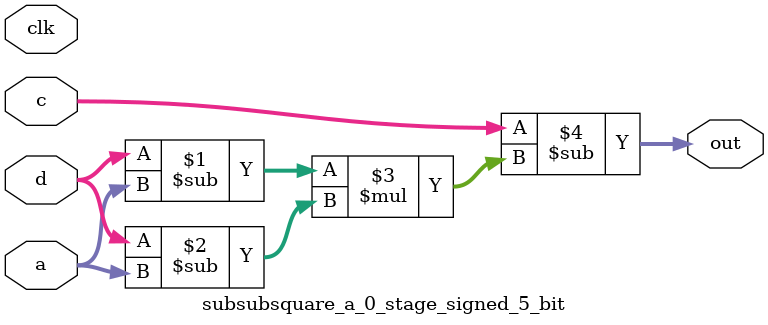
<source format=sv>
(* use_dsp = "yes" *) module subsubsquare_a_0_stage_signed_5_bit(
	input signed [4:0] a,
	input signed [4:0] c,
	input signed [4:0] d,
	output [4:0] out,
	input clk);

	assign out = c - ((d - a) * (d - a));
endmodule

</source>
